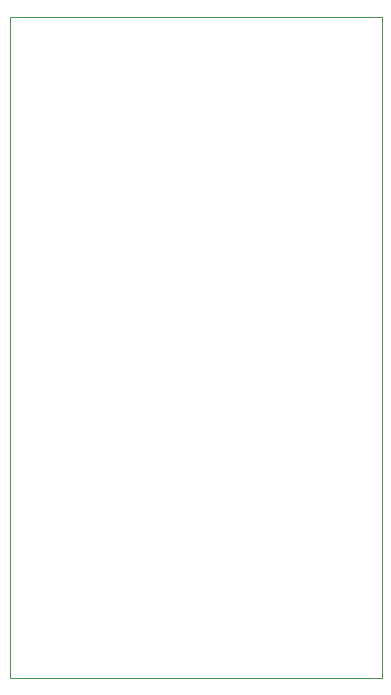
<source format=gbr>
%TF.GenerationSoftware,KiCad,Pcbnew,(5.1.6)-1*%
%TF.CreationDate,2020-09-14T23:14:01+08:00*%
%TF.ProjectId,ESP32-S2_adapter_board,45535033-322d-4533-925f-616461707465,rev?*%
%TF.SameCoordinates,Original*%
%TF.FileFunction,Profile,NP*%
%FSLAX46Y46*%
G04 Gerber Fmt 4.6, Leading zero omitted, Abs format (unit mm)*
G04 Created by KiCad (PCBNEW (5.1.6)-1) date 2020-09-14 23:14:01*
%MOMM*%
%LPD*%
G01*
G04 APERTURE LIST*
%TA.AperFunction,Profile*%
%ADD10C,0.050000*%
%TD*%
G04 APERTURE END LIST*
D10*
X161250000Y-77000000D02*
X129750000Y-77000000D01*
X161250000Y-133000000D02*
X161250000Y-77000000D01*
X129750000Y-77000000D02*
X129750000Y-133000000D01*
X129750000Y-133000000D02*
X161250000Y-133000000D01*
M02*

</source>
